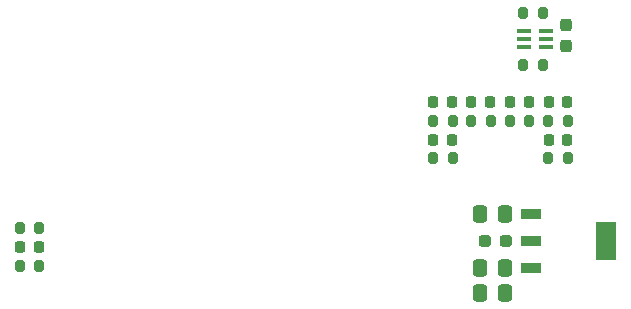
<source format=gbr>
%TF.GenerationSoftware,KiCad,Pcbnew,7.0.5*%
%TF.CreationDate,2023-07-18T15:35:35-04:00*%
%TF.ProjectId,PCBPT_Main_control_V1,50434250-545f-44d6-9169-6e5f636f6e74,rev?*%
%TF.SameCoordinates,Original*%
%TF.FileFunction,Paste,Top*%
%TF.FilePolarity,Positive*%
%FSLAX46Y46*%
G04 Gerber Fmt 4.6, Leading zero omitted, Abs format (unit mm)*
G04 Created by KiCad (PCBNEW 7.0.5) date 2023-07-18 15:35:35*
%MOMM*%
%LPD*%
G01*
G04 APERTURE LIST*
G04 Aperture macros list*
%AMRoundRect*
0 Rectangle with rounded corners*
0 $1 Rounding radius*
0 $2 $3 $4 $5 $6 $7 $8 $9 X,Y pos of 4 corners*
0 Add a 4 corners polygon primitive as box body*
4,1,4,$2,$3,$4,$5,$6,$7,$8,$9,$2,$3,0*
0 Add four circle primitives for the rounded corners*
1,1,$1+$1,$2,$3*
1,1,$1+$1,$4,$5*
1,1,$1+$1,$6,$7*
1,1,$1+$1,$8,$9*
0 Add four rect primitives between the rounded corners*
20,1,$1+$1,$2,$3,$4,$5,0*
20,1,$1+$1,$4,$5,$6,$7,0*
20,1,$1+$1,$6,$7,$8,$9,0*
20,1,$1+$1,$8,$9,$2,$3,0*%
G04 Aperture macros list end*
%ADD10RoundRect,0.200000X0.200000X0.275000X-0.200000X0.275000X-0.200000X-0.275000X0.200000X-0.275000X0*%
%ADD11RoundRect,0.250000X0.337500X0.475000X-0.337500X0.475000X-0.337500X-0.475000X0.337500X-0.475000X0*%
%ADD12R,1.750000X0.950000*%
%ADD13R,1.750000X3.200000*%
%ADD14RoundRect,0.200000X-0.200000X-0.275000X0.200000X-0.275000X0.200000X0.275000X-0.200000X0.275000X0*%
%ADD15RoundRect,0.218750X0.218750X0.256250X-0.218750X0.256250X-0.218750X-0.256250X0.218750X-0.256250X0*%
%ADD16RoundRect,0.237500X-0.287500X-0.237500X0.287500X-0.237500X0.287500X0.237500X-0.287500X0.237500X0*%
%ADD17R,1.200000X0.400000*%
%ADD18RoundRect,0.237500X0.237500X-0.300000X0.237500X0.300000X-0.237500X0.300000X-0.237500X-0.300000X0*%
G04 APERTURE END LIST*
D10*
%TO.C,R3*%
X171470000Y-100000000D03*
X169820000Y-100000000D03*
%TD*%
D11*
%TO.C,C16*%
X172687500Y-114600000D03*
X170612500Y-114600000D03*
%TD*%
D10*
%TO.C,R2*%
X168257500Y-103200000D03*
X166607500Y-103200000D03*
%TD*%
D11*
%TO.C,C15*%
X172687500Y-107900000D03*
X170612500Y-107900000D03*
%TD*%
D12*
%TO.C,IC1*%
X174900000Y-107900000D03*
X174900000Y-110200000D03*
X174900000Y-112500000D03*
D13*
X181200000Y-110200000D03*
%TD*%
D10*
%TO.C,R4*%
X178007500Y-100000000D03*
X176357500Y-100000000D03*
%TD*%
D14*
%TO.C,R9*%
X174250000Y-90900000D03*
X175900000Y-90900000D03*
%TD*%
D15*
%TO.C,D3*%
X171412500Y-98400000D03*
X169837500Y-98400000D03*
%TD*%
D16*
%TO.C,D8*%
X171005000Y-110200000D03*
X172755000Y-110200000D03*
%TD*%
D15*
%TO.C,D2*%
X168200000Y-101600000D03*
X166625000Y-101600000D03*
%TD*%
%TO.C,D4*%
X177950000Y-98400000D03*
X176375000Y-98400000D03*
%TD*%
D14*
%TO.C,R8*%
X174250000Y-95300000D03*
X175900000Y-95300000D03*
%TD*%
D15*
%TO.C,D1*%
X133217500Y-110700000D03*
X131642500Y-110700000D03*
%TD*%
%TO.C,D7*%
X177950000Y-101600000D03*
X176375000Y-101600000D03*
%TD*%
D10*
%TO.C,R6*%
X174757500Y-100000000D03*
X173107500Y-100000000D03*
%TD*%
D17*
%TO.C,IC2*%
X176175000Y-93750000D03*
X176175000Y-93100000D03*
X176175000Y-92450000D03*
X174275000Y-92450000D03*
X174275000Y-93100000D03*
X174275000Y-93750000D03*
%TD*%
D15*
%TO.C,D5*%
X168200000Y-98400000D03*
X166625000Y-98400000D03*
%TD*%
D10*
%TO.C,R7*%
X178007500Y-103200000D03*
X176357500Y-103200000D03*
%TD*%
%TO.C,R1*%
X133275000Y-109100000D03*
X131625000Y-109100000D03*
%TD*%
%TO.C,R5*%
X168257500Y-100000000D03*
X166607500Y-100000000D03*
%TD*%
D11*
%TO.C,C17*%
X172687500Y-112500000D03*
X170612500Y-112500000D03*
%TD*%
D18*
%TO.C,C6*%
X177875000Y-93662500D03*
X177875000Y-91937500D03*
%TD*%
D10*
%TO.C,R10*%
X133275000Y-112300000D03*
X131625000Y-112300000D03*
%TD*%
D15*
%TO.C,D6*%
X174700000Y-98400000D03*
X173125000Y-98400000D03*
%TD*%
M02*

</source>
